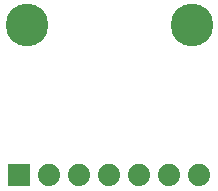
<source format=gbr>
G04 EAGLE Gerber RS-274X export*
G75*
%MOMM*%
%FSLAX34Y34*%
%LPD*%
%INSoldermask Bottom*%
%IPPOS*%
%AMOC8*
5,1,8,0,0,1.08239X$1,22.5*%
G01*
%ADD10C,3.617600*%
%ADD11R,1.879600X1.879600*%
%ADD12C,1.879600*%


D10*
X25400Y152400D03*
X165100Y152400D03*
D11*
X19050Y25400D03*
D12*
X44450Y25400D03*
X69850Y25400D03*
X95250Y25400D03*
X120650Y25400D03*
X146050Y25400D03*
X171450Y25400D03*
M02*

</source>
